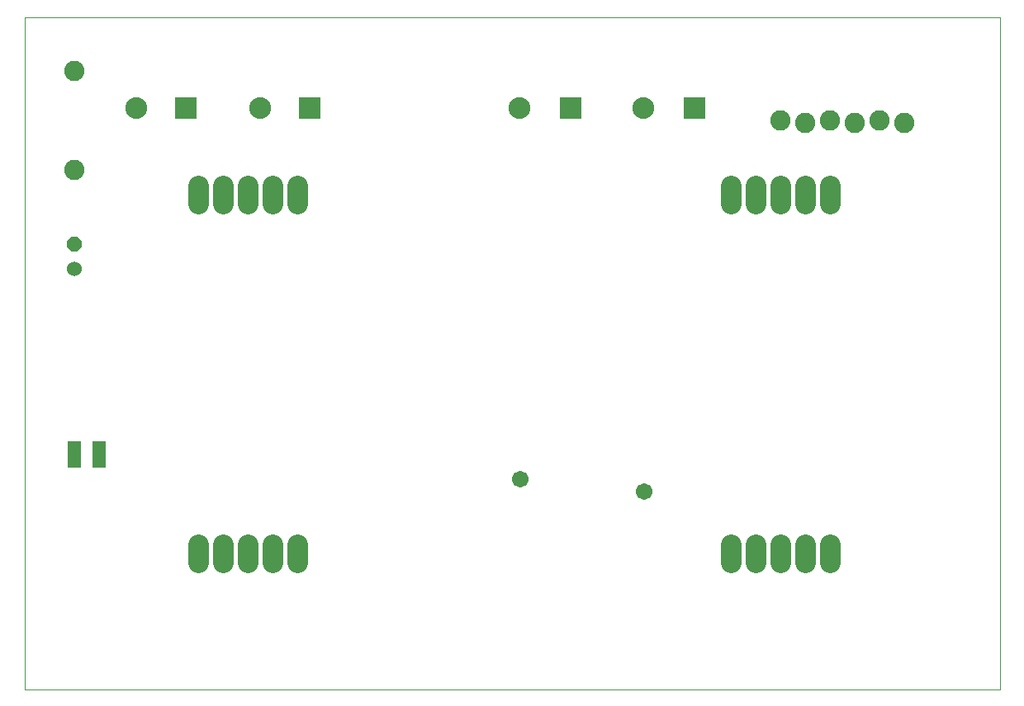
<source format=gts>
G75*
%MOIN*%
%OFA0B0*%
%FSLAX25Y25*%
%IPPOS*%
%LPD*%
%AMOC8*
5,1,8,0,0,1.08239X$1,22.5*
%
%ADD10C,0.00000*%
%ADD11C,0.06000*%
%ADD12OC8,0.06000*%
%ADD13C,0.08200*%
%ADD14C,0.08200*%
%ADD15R,0.08800X0.08800*%
%ADD16C,0.08800*%
%ADD17R,0.05800X0.10800*%
%ADD18C,0.06706*%
D10*
X0001800Y0001800D02*
X0001800Y0273454D01*
X0395501Y0273454D01*
X0395501Y0001800D01*
X0001800Y0001800D01*
D11*
X0021800Y0171800D03*
D12*
X0021800Y0181800D03*
D13*
X0071800Y0198100D02*
X0071800Y0205500D01*
X0081800Y0205500D02*
X0081800Y0198100D01*
X0091800Y0198100D02*
X0091800Y0205500D01*
X0101800Y0205500D02*
X0101800Y0198100D01*
X0111800Y0198100D02*
X0111800Y0205500D01*
X0286800Y0205500D02*
X0286800Y0198100D01*
X0296800Y0198100D02*
X0296800Y0205500D01*
X0306800Y0205500D02*
X0306800Y0198100D01*
X0316800Y0198100D02*
X0316800Y0205500D01*
X0326800Y0205500D02*
X0326800Y0198100D01*
X0326800Y0060500D02*
X0326800Y0053100D01*
X0316800Y0053100D02*
X0316800Y0060500D01*
X0306800Y0060500D02*
X0306800Y0053100D01*
X0296800Y0053100D02*
X0296800Y0060500D01*
X0286800Y0060500D02*
X0286800Y0053100D01*
X0111800Y0053100D02*
X0111800Y0060500D01*
X0101800Y0060500D02*
X0101800Y0053100D01*
X0091800Y0053100D02*
X0091800Y0060500D01*
X0081800Y0060500D02*
X0081800Y0053100D01*
X0071800Y0053100D02*
X0071800Y0060500D01*
D14*
X0021800Y0211800D03*
X0021800Y0251800D03*
X0306800Y0231800D03*
X0316800Y0230800D03*
X0326800Y0231800D03*
X0336800Y0230800D03*
X0346800Y0231800D03*
X0356800Y0230800D03*
D15*
X0272300Y0236800D03*
X0222300Y0236800D03*
X0116800Y0236800D03*
X0066800Y0236800D03*
D16*
X0047115Y0236800D03*
X0097115Y0236800D03*
X0201615Y0236800D03*
X0251615Y0236800D03*
D17*
X0031800Y0096800D03*
X0021800Y0096800D03*
D18*
X0201800Y0086800D03*
X0251985Y0081615D03*
M02*

</source>
